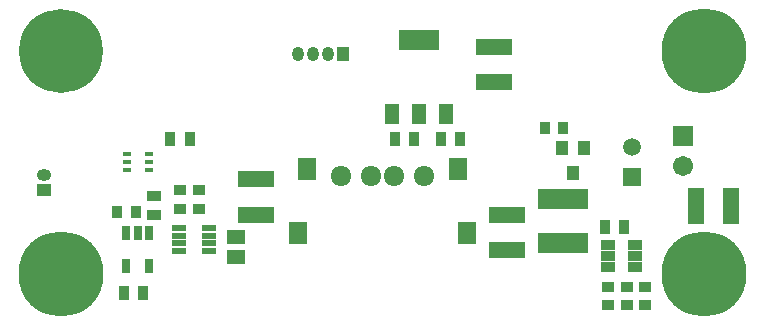
<source format=gbr>
%TF.GenerationSoftware,Altium Limited,Altium Designer,20.2.4 (192)*%
G04 Layer_Color=8388736*
%FSLAX26Y26*%
%MOIN*%
%TF.SameCoordinates,9C3109D4-F3AC-4D1D-A7B6-62ECB7B5C8B4*%
%TF.FilePolarity,Negative*%
%TF.FileFunction,Soldermask,Top*%
%TF.Part,Single*%
G01*
G75*
%TA.AperFunction,SMDPad,CuDef*%
%ADD58R,0.043433X0.035559*%
%ADD59R,0.035559X0.043433*%
%ADD60R,0.038000X0.046433*%
%TA.AperFunction,ComponentPad*%
%ADD61R,0.059181X0.059181*%
%ADD62C,0.059181*%
%ADD64R,0.059181X0.076898*%
%ADD65O,0.067055X0.070992*%
%ADD66R,0.048000X0.039496*%
%ADD67O,0.048000X0.039496*%
%ADD68O,0.039496X0.048000*%
%ADD69R,0.039496X0.048000*%
%ADD70C,0.067055*%
%ADD71R,0.067055X0.067055*%
%TA.AperFunction,ViaPad*%
%ADD72C,0.283591*%
%TA.AperFunction,SMDPad,CuDef*%
%ADD84R,0.031102X0.017323*%
%ADD85R,0.039496X0.047370*%
%ADD86R,0.118630X0.056819*%
%ADD87R,0.046433X0.038000*%
%ADD88R,0.031622X0.051307*%
%ADD89R,0.047000X0.067000*%
%ADD90R,0.137000X0.067000*%
%ADD91R,0.047370X0.035559*%
%ADD92R,0.049087X0.023622*%
%ADD93R,0.056819X0.118630*%
%ADD94R,0.165480X0.067055*%
%ADD95R,0.063118X0.047370*%
%TA.AperFunction,ViaPad*%
%ADD96C,0.279527*%
D58*
X554724Y374606D02*
D03*
Y436417D02*
D03*
X617126D02*
D03*
Y374606D02*
D03*
X1980315Y114173D02*
D03*
Y52362D02*
D03*
X2106299Y114173D02*
D03*
Y52362D02*
D03*
X2043307Y113583D02*
D03*
Y51772D02*
D03*
D59*
X406890Y364378D02*
D03*
X345079D02*
D03*
X1770866Y641732D02*
D03*
X1832677D02*
D03*
D60*
X522819Y607855D02*
D03*
X586630D02*
D03*
X1423803Y607284D02*
D03*
X1487614D02*
D03*
X432594Y94488D02*
D03*
X368783D02*
D03*
X1335055Y607284D02*
D03*
X1271244D02*
D03*
X2036433Y314961D02*
D03*
X1972622D02*
D03*
D61*
X2062008Y479528D02*
D03*
D62*
Y579528D02*
D03*
D64*
X948819Y293307D02*
D03*
X1511811D02*
D03*
X1482284Y508268D02*
D03*
X978346D02*
D03*
D65*
X1368110Y483071D02*
D03*
X1269685D02*
D03*
X1190945D02*
D03*
X1092520D02*
D03*
D66*
X102362Y435630D02*
D03*
D67*
Y485630D02*
D03*
D68*
X948622Y888779D02*
D03*
X998622D02*
D03*
X1048622D02*
D03*
D69*
X1098622D02*
D03*
D70*
X2230314Y517913D02*
D03*
D71*
Y617913D02*
D03*
D72*
X2303150Y901575D02*
D03*
Y157480D02*
D03*
X157480D02*
D03*
D84*
X450197Y503937D02*
D03*
Y529528D02*
D03*
Y555118D02*
D03*
X379331Y503937D02*
D03*
Y529528D02*
D03*
Y555118D02*
D03*
D85*
X1901575Y576772D02*
D03*
X1826772D02*
D03*
X1864173Y494094D02*
D03*
D86*
X1602362Y912795D02*
D03*
Y795866D02*
D03*
X807087Y471850D02*
D03*
Y354921D02*
D03*
X1644685Y353701D02*
D03*
Y236772D02*
D03*
D87*
X468504Y417732D02*
D03*
Y353921D02*
D03*
D88*
X450787Y293307D02*
D03*
X413386D02*
D03*
X375984D02*
D03*
X450787Y183071D02*
D03*
X375984D02*
D03*
D89*
X1441878Y688992D02*
D03*
X1260878D02*
D03*
X1351378D02*
D03*
D90*
Y936992D02*
D03*
D91*
X1981906Y254921D02*
D03*
Y217520D02*
D03*
Y180118D02*
D03*
X2073213Y254921D02*
D03*
Y217520D02*
D03*
Y180118D02*
D03*
D92*
X652362Y233268D02*
D03*
X652559Y258858D02*
D03*
X652362Y284449D02*
D03*
Y310039D02*
D03*
X552362D02*
D03*
Y284449D02*
D03*
Y258858D02*
D03*
Y233268D02*
D03*
D93*
X2276181Y384646D02*
D03*
X2393110D02*
D03*
D94*
X1830709Y259842D02*
D03*
Y405512D02*
D03*
D95*
X742126Y213386D02*
D03*
Y278740D02*
D03*
D96*
X157480Y901575D02*
D03*
%TF.MD5,0289e4c0b910c4e116e1f750608e9d13*%
M02*

</source>
